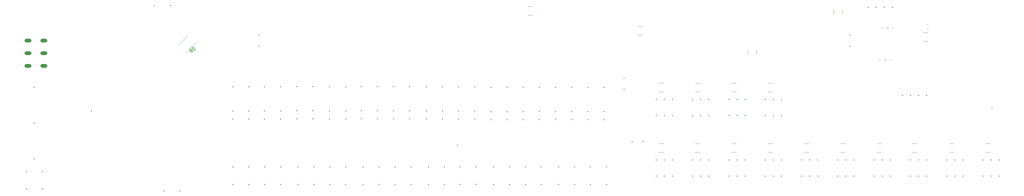
<source format=gbo>
%TF.GenerationSoftware,KiCad,Pcbnew,8.0.9*%
%TF.CreationDate,2025-02-25T23:01:13+01:00*%
%TF.ProjectId,Heizkreiscontroller,4865697a-6b72-4656-9973-636f6e74726f,rev?*%
%TF.SameCoordinates,Original*%
%TF.FileFunction,Legend,Bot*%
%TF.FilePolarity,Positive*%
%FSLAX46Y46*%
G04 Gerber Fmt 4.6, Leading zero omitted, Abs format (unit mm)*
G04 Created by KiCad (PCBNEW 8.0.9) date 2025-02-25 23:01:13*
%MOMM*%
%LPD*%
G01*
G04 APERTURE LIST*
%ADD10C,0.150000*%
%ADD11C,0.120000*%
%ADD12C,0.350000*%
%ADD13O,2.200000X1.200000*%
G04 APERTURE END LIST*
D10*
X78879147Y-50985466D02*
X78811804Y-51052809D01*
X78811804Y-51052809D02*
X78778132Y-51153824D01*
X78778132Y-51153824D02*
X78778132Y-51221168D01*
X78778132Y-51221168D02*
X78811804Y-51322183D01*
X78811804Y-51322183D02*
X78912819Y-51490542D01*
X78912819Y-51490542D02*
X79081178Y-51658901D01*
X79081178Y-51658901D02*
X79249536Y-51759916D01*
X79249536Y-51759916D02*
X79350552Y-51793588D01*
X79350552Y-51793588D02*
X79417895Y-51793588D01*
X79417895Y-51793588D02*
X79518910Y-51759916D01*
X79518910Y-51759916D02*
X79586254Y-51692572D01*
X79586254Y-51692572D02*
X79619926Y-51591557D01*
X79619926Y-51591557D02*
X79619926Y-51524214D01*
X79619926Y-51524214D02*
X79586254Y-51423198D01*
X79586254Y-51423198D02*
X79485239Y-51254840D01*
X79485239Y-51254840D02*
X79316880Y-51086481D01*
X79316880Y-51086481D02*
X79148521Y-50985466D01*
X79148521Y-50985466D02*
X79047506Y-50951794D01*
X79047506Y-50951794D02*
X78980162Y-50951794D01*
X78980162Y-50951794D02*
X78879147Y-50985466D01*
X78643445Y-52635381D02*
X78542430Y-52062962D01*
X79047506Y-52231320D02*
X78340399Y-51524214D01*
X78340399Y-51524214D02*
X78071025Y-51793588D01*
X78071025Y-51793588D02*
X78037353Y-51894603D01*
X78037353Y-51894603D02*
X78037353Y-51961946D01*
X78037353Y-51961946D02*
X78071025Y-52062962D01*
X78071025Y-52062962D02*
X78172040Y-52163977D01*
X78172040Y-52163977D02*
X78273056Y-52197649D01*
X78273056Y-52197649D02*
X78340399Y-52197649D01*
X78340399Y-52197649D02*
X78441414Y-52163977D01*
X78441414Y-52163977D02*
X78710788Y-51894603D01*
D11*
%TO.C,C15*%
X227063752Y-81190000D02*
X225641248Y-81190000D01*
X227063752Y-83910000D02*
X225641248Y-83910000D01*
%TO.C,C2*%
X253656000Y-51765148D02*
X253656000Y-53187652D01*
X256376000Y-51765148D02*
X256376000Y-53187652D01*
%TO.C,C6*%
X280580000Y-39001248D02*
X280580000Y-40423752D01*
X283300000Y-39001248D02*
X283300000Y-40423752D01*
%TO.C,C1*%
X310248752Y-46265000D02*
X308826248Y-46265000D01*
X310248752Y-48985000D02*
X308826248Y-48985000D01*
%TO.C,C25*%
X238493752Y-62140000D02*
X237071248Y-62140000D01*
X238493752Y-64860000D02*
X237071248Y-64860000D01*
%TO.C,C19*%
X249923752Y-62140000D02*
X248501248Y-62140000D01*
X249923752Y-64860000D02*
X248501248Y-64860000D01*
%TO.C,R22*%
X74276235Y-50235836D02*
X77355068Y-47157003D01*
X76694540Y-52654141D02*
X79773373Y-49575308D01*
%TO.C,C24*%
X261353752Y-62140000D02*
X259931248Y-62140000D01*
X261353752Y-64860000D02*
X259931248Y-64860000D01*
%TO.C,C26*%
X238493752Y-81190000D02*
X237071248Y-81190000D01*
X238493752Y-83910000D02*
X237071248Y-83910000D01*
%TO.C,R2*%
X295175000Y-55107064D02*
X295175000Y-54652936D01*
X296645000Y-55107064D02*
X296645000Y-54652936D01*
%TO.C,C20*%
X227063752Y-62140000D02*
X225641248Y-62140000D01*
X227063752Y-64860000D02*
X225641248Y-64860000D01*
%TO.C,C22*%
X272783752Y-81190000D02*
X271361248Y-81190000D01*
X272783752Y-83910000D02*
X271361248Y-83910000D01*
%TO.C,C21*%
X249923752Y-81190000D02*
X248501248Y-81190000D01*
X249923752Y-83910000D02*
X248501248Y-83910000D01*
%TO.C,C17*%
X284213752Y-81190000D02*
X282791248Y-81190000D01*
X284213752Y-83910000D02*
X282791248Y-83910000D01*
%TO.C,C23*%
X306781252Y-81190000D02*
X305358748Y-81190000D01*
X306781252Y-83910000D02*
X305358748Y-83910000D01*
%TO.C,R1*%
X309922936Y-43715000D02*
X310377064Y-43715000D01*
X309922936Y-45185000D02*
X310377064Y-45185000D01*
%TO.C,R3*%
X297715000Y-45042064D02*
X297715000Y-44587936D01*
X299185000Y-45042064D02*
X299185000Y-44587936D01*
%TO.C,C14*%
X318503752Y-81190000D02*
X317081248Y-81190000D01*
X318503752Y-83910000D02*
X317081248Y-83910000D01*
%TO.C,C5*%
X184416248Y-38010000D02*
X185838752Y-38010000D01*
X184416248Y-40730000D02*
X185838752Y-40730000D01*
%TO.C,C13*%
X329983752Y-81190000D02*
X328561248Y-81190000D01*
X329983752Y-83910000D02*
X328561248Y-83910000D01*
%TO.C,C7*%
X218998748Y-44360000D02*
X220421252Y-44360000D01*
X218998748Y-47080000D02*
X220421252Y-47080000D01*
%TO.C,R15*%
X297080000Y-54652936D02*
X297080000Y-55107064D01*
X298550000Y-54652936D02*
X298550000Y-55107064D01*
%TO.C,C16*%
X261353752Y-81190000D02*
X259931248Y-81190000D01*
X261353752Y-83910000D02*
X259931248Y-83910000D01*
%TO.C,R4*%
X295810000Y-45042064D02*
X295810000Y-44587936D01*
X297280000Y-45042064D02*
X297280000Y-44587936D01*
%TO.C,C18*%
X295643752Y-81190000D02*
X294221248Y-81190000D01*
X295643752Y-83910000D02*
X294221248Y-83910000D01*
%TD*%
D12*
X236220000Y-67310000D03*
X236220000Y-72390000D03*
X238760000Y-67310000D03*
X238760000Y-72390000D03*
X241300000Y-67310000D03*
X241300000Y-72390000D03*
X281940000Y-86360000D03*
X281940000Y-91440000D03*
X284480000Y-86360000D03*
X284480000Y-91440000D03*
X287020000Y-86360000D03*
X287020000Y-91440000D03*
X285750000Y-50547651D03*
X285750000Y-47047651D03*
X132560000Y-88540000D03*
X132560000Y-94040000D03*
X137560000Y-88540000D03*
X137560000Y-94040000D03*
X142560000Y-88540000D03*
X142560000Y-94040000D03*
X147560000Y-88540000D03*
X147560000Y-94040000D03*
X153060000Y-88540000D03*
X153060000Y-94040000D03*
X158060000Y-88540000D03*
X158060000Y-94040000D03*
X163060000Y-88540000D03*
X163060000Y-94040000D03*
X168060000Y-88540000D03*
X168060000Y-94040000D03*
X187960000Y-73660000D03*
X187960000Y-71120000D03*
X187960000Y-63500000D03*
X182880000Y-63500000D03*
X182880000Y-71120000D03*
X182880000Y-73660000D03*
X304800000Y-86360000D03*
X304800000Y-91440000D03*
X307340000Y-86360000D03*
X307340000Y-91440000D03*
X309880000Y-86360000D03*
X309880000Y-91440000D03*
X208280000Y-73660000D03*
X208280000Y-71120000D03*
X208280000Y-63500000D03*
X203200000Y-63500000D03*
X203200000Y-71120000D03*
X203200000Y-73660000D03*
X137027500Y-73415000D03*
X137027500Y-70875000D03*
X137027500Y-63255000D03*
X131947500Y-63255000D03*
X131947500Y-70875000D03*
X131947500Y-73415000D03*
X194106800Y-88556200D03*
X194106800Y-94056200D03*
X199106800Y-88556200D03*
X199106800Y-94056200D03*
X204106800Y-88556200D03*
X204106800Y-94056200D03*
X209106800Y-88556200D03*
X209106800Y-94056200D03*
X236220000Y-86360000D03*
X236220000Y-91440000D03*
X238760000Y-86360000D03*
X238760000Y-91440000D03*
X241300000Y-86360000D03*
X241300000Y-91440000D03*
X259080000Y-67310000D03*
X259080000Y-72390000D03*
X261620000Y-67310000D03*
X261620000Y-72390000D03*
X264160000Y-67310000D03*
X264160000Y-72390000D03*
X162250000Y-81750000D03*
X247650000Y-67310000D03*
X247650000Y-72390000D03*
X250190000Y-67310000D03*
X250190000Y-72390000D03*
X252730000Y-67310000D03*
X252730000Y-72390000D03*
X69884000Y-96075000D03*
X74964000Y-96075000D03*
X66859000Y-37667100D03*
X71939000Y-37667100D03*
X220670000Y-80645000D03*
X217170000Y-80645000D03*
X91560000Y-88540000D03*
X91560000Y-94040000D03*
X96560000Y-88540000D03*
X96560000Y-94040000D03*
X101560000Y-88540000D03*
X101560000Y-94040000D03*
X106560000Y-88540000D03*
X106560000Y-94040000D03*
X99695000Y-50490000D03*
X99695000Y-46990000D03*
X330500000Y-70000000D03*
X224790000Y-86360000D03*
X224790000Y-91440000D03*
X227330000Y-86360000D03*
X227330000Y-91440000D03*
X229870000Y-86360000D03*
X229870000Y-91440000D03*
X112060000Y-88540000D03*
X112060000Y-94040000D03*
X117060000Y-88540000D03*
X117060000Y-94040000D03*
X122060000Y-88540000D03*
X122060000Y-94040000D03*
X127060000Y-88540000D03*
X127060000Y-94040000D03*
X309880000Y-66040000D03*
X307340000Y-66040000D03*
X304800000Y-66040000D03*
X302260000Y-66040000D03*
X247650000Y-86360000D03*
X247650000Y-91440000D03*
X250190000Y-86360000D03*
X250190000Y-91440000D03*
X252730000Y-86360000D03*
X252730000Y-91440000D03*
X106547500Y-73537500D03*
X106547500Y-70997500D03*
X106547500Y-63377500D03*
X101467500Y-63377500D03*
X101467500Y-70997500D03*
X101467500Y-73537500D03*
X167640000Y-73537500D03*
X167640000Y-70997500D03*
X167640000Y-63377500D03*
X162560000Y-63377500D03*
X162560000Y-70997500D03*
X162560000Y-73537500D03*
X327660000Y-86360000D03*
X327660000Y-91440000D03*
X330200000Y-86360000D03*
X330200000Y-91440000D03*
X332740000Y-86360000D03*
X332740000Y-91440000D03*
X293370000Y-86360000D03*
X293370000Y-91440000D03*
X295910000Y-86360000D03*
X295910000Y-91440000D03*
X298450000Y-86360000D03*
X298450000Y-91440000D03*
X177800000Y-73660000D03*
X177800000Y-71120000D03*
X177800000Y-63500000D03*
X172720000Y-63500000D03*
X172720000Y-71120000D03*
X172720000Y-73660000D03*
X47000000Y-71000000D03*
X198120000Y-73660000D03*
X198120000Y-71120000D03*
X198120000Y-63500000D03*
X193040000Y-63500000D03*
X193040000Y-71120000D03*
X193040000Y-73660000D03*
X270510000Y-86360000D03*
X270510000Y-91440000D03*
X273050000Y-86360000D03*
X273050000Y-91440000D03*
X275590000Y-86360000D03*
X275590000Y-91440000D03*
X316230000Y-86360000D03*
X316230000Y-91440000D03*
X318770000Y-86360000D03*
X318770000Y-91440000D03*
X321310000Y-86360000D03*
X321310000Y-91440000D03*
X26500000Y-90000000D03*
X26500000Y-95500000D03*
X31500000Y-90000000D03*
X31500000Y-95500000D03*
X224790000Y-67310000D03*
X224790000Y-72390000D03*
X227330000Y-67310000D03*
X227330000Y-72390000D03*
X229870000Y-67310000D03*
X229870000Y-72390000D03*
X291541200Y-38252400D03*
X294081200Y-38252400D03*
X296621200Y-38252400D03*
X299161200Y-38252400D03*
X214630000Y-60635000D03*
X214630000Y-64135000D03*
X157480000Y-73537500D03*
X157480000Y-70997500D03*
X157480000Y-63377500D03*
X152400000Y-63377500D03*
X152400000Y-70997500D03*
X152400000Y-73537500D03*
X116707500Y-73415000D03*
X116707500Y-70875000D03*
X116707500Y-63255000D03*
X111627500Y-63255000D03*
X111627500Y-70875000D03*
X111627500Y-73415000D03*
X259080000Y-86360000D03*
X259080000Y-91440000D03*
X261620000Y-86360000D03*
X261620000Y-91440000D03*
X264160000Y-86360000D03*
X264160000Y-91440000D03*
X127000000Y-73537500D03*
X127000000Y-70997500D03*
X127000000Y-63377500D03*
X121920000Y-63377500D03*
X121920000Y-70997500D03*
X121920000Y-73537500D03*
X173560000Y-88540000D03*
X173560000Y-94040000D03*
X178560000Y-88540000D03*
X178560000Y-94040000D03*
X183560000Y-88540000D03*
X183560000Y-94040000D03*
X188560000Y-88540000D03*
X188560000Y-94040000D03*
X29000000Y-74750000D03*
X29000000Y-63500000D03*
X29000000Y-86000000D03*
X96520000Y-73537500D03*
X96520000Y-70997500D03*
X96520000Y-63377500D03*
X91440000Y-63377500D03*
X91440000Y-70997500D03*
X91440000Y-73537500D03*
D13*
X32000000Y-48750000D03*
X32000000Y-52750000D03*
X32000000Y-56750000D03*
X27000000Y-48750000D03*
X27000000Y-52750000D03*
X27000000Y-56750000D03*
D12*
X147187500Y-73415000D03*
X147187500Y-70875000D03*
X147187500Y-63255000D03*
X142107500Y-63255000D03*
X142107500Y-70875000D03*
X142107500Y-73415000D03*
M02*

</source>
